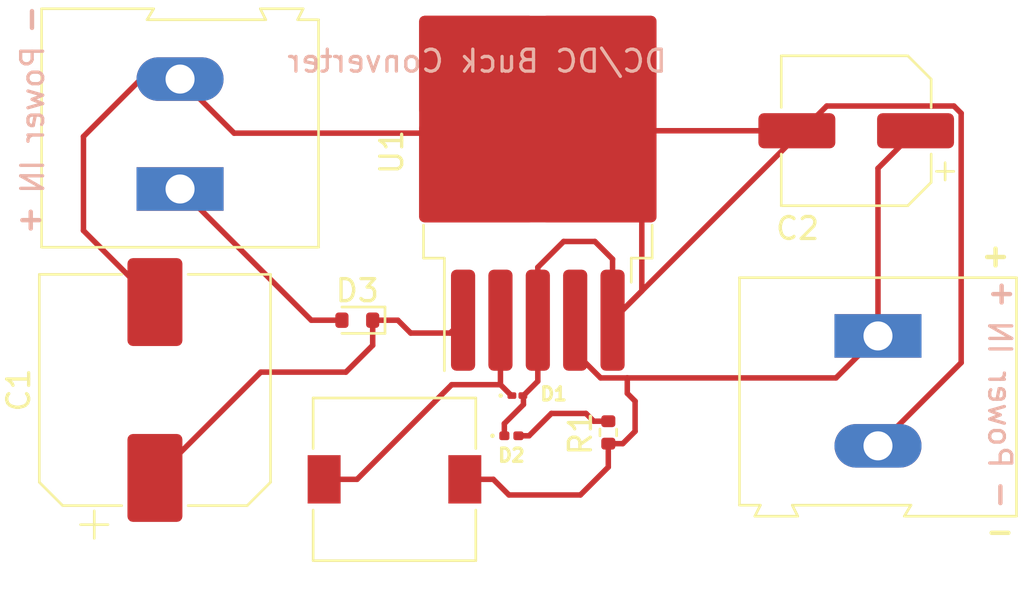
<source format=kicad_pcb>
(kicad_pcb (version 20221018) (generator pcbnew)
  (layers (0 "F.Cu" signal) (31 "B.Cu" signal) (34 "B.Paste" user) (35 "F.Paste" user) (36 "B.SilkS" user "B.Silkscreen") (37 "F.SilkS" user "F.Silkscreen") (38 "B.Mask" user) (39 "F.Mask" user) (44 "Edge.Cuts" user))
  (net 0 "")
  (net 1 "Net-(D3-K)")
  (net 2 "GND")
  (net 3 "+5V")
  (net 4 "Net-(D1-K)")
  (net 5 "Net-(D2-A)")
  (net 6 "VDC")
  (footprint "Inductor_SMD:L_7.3x7.3_H3.5" (layer "F.Cu") (at 122.403 101.092)
    (fp_text reference "L1" hide)
    (fp_text value "33uH")
    (fp_line (start -3.7 -3.7) (end 3.7 -3.7) (stroke (width 0.12)) (layer "F.SilkS"))
    (fp_line (start -3.7 -1.4) (end -3.7 -3.7) (stroke (width 0.12)) (layer "F.SilkS"))
    (fp_line (start -3.7 3.7) (end -3.7 1.4) (stroke (width 0.12)) (layer "F.SilkS"))
    (fp_line (start 3.7 -3.7) (end 3.7 -1.4) (stroke (width 0.12)) (layer "F.SilkS"))
    (fp_line (start 3.7 1.4) (end 3.7 3.7) (stroke (width 0.12)) (layer "F.SilkS"))
    (fp_line (start 3.7 3.7) (end -3.7 3.7) (stroke (width 0.12)) (layer "F.SilkS"))
    (pad "1" smd rect (at -3.2 0) (size 1.5 2.2) (layers "F.Cu" "F.Paste" "F.Mask") (net 4 "Net-(D1-K)"))
    (pad "2" smd rect (at 3.2 0) (size 1.5 2.2) (layers "F.Cu" "F.Paste" "F.Mask") (net 3 "+5V"))
  )
  (footprint "Capacitor_SMD:CP_Elec_10x10" (layer "F.Cu") (at 111.506 97.028 90)
    (fp_text reference "C1" (at 0 -6.2 90) (layer "F.SilkS"))
    (fp_text value "680uF")
    (fp_line (start -6.75 -2.76) (end -5.5 -2.76) (stroke (width 0.12)) (layer "F.SilkS"))
    (fp_line (start -6.125 -3.385) (end -6.125 -2.135) (stroke (width 0.12)) (layer "F.SilkS"))
    (fp_line (start -5.26 -4.195563) (end -5.26 -1.51) (stroke (width 0.12)) (layer "F.SilkS"))
    (fp_line (start -5.26 -4.195563) (end -4.195563 -5.26) (stroke (width 0.12)) (layer "F.SilkS"))
    (fp_line (start -5.26 4.195563) (end -5.26 1.51) (stroke (width 0.12)) (layer "F.SilkS"))
    (fp_line (start -5.26 4.195563) (end -4.195563 5.26) (stroke (width 0.12)) (layer "F.SilkS"))
    (fp_line (start -4.195563 -5.26) (end 5.26 -5.26) (stroke (width 0.12)) (layer "F.SilkS"))
    (fp_line (start -4.195563 5.26) (end 5.26 5.26) (stroke (width 0.12)) (layer "F.SilkS"))
    (fp_line (start 5.26 -5.26) (end 5.26 -1.51) (stroke (width 0.12)) (layer "F.SilkS"))
    (fp_line (start 5.26 5.26) (end 5.26 1.51) (stroke (width 0.12)) (layer "F.SilkS"))
    (pad "1" smd roundrect (at -4 0 90) (size 4 2.5) (layers "F.Cu" "F.Paste" "F.Mask") (roundrect_rratio 0.1) (net 1 "Net-(D3-K)"))
    (pad "2" smd roundrect (at 4 0 90) (size 4 2.5) (layers "F.Cu" "F.Paste" "F.Mask") (roundrect_rratio 0.1) (net 2 "GND"))
  )
  (footprint "Diode_SMD:D_01005_0402Metric" (layer "F.Cu") (at 127.995 97.282)
    (fp_text reference "D1" (at 1.64767 -0.071027) (layer "F.SilkS") (effects (font (size 0.6 0.6))))
    (fp_text value "1N5822")
    (fp_circle (center -0.76 0) (end -0.71 0) (stroke (width 0.1)) (fill none) (layer "F.SilkS"))
    (pad "1" smd roundrect (at -0.25 0) (size 0.4 0.3) (layers "F.Cu" "F.Mask") (net 4 "Net-(D1-K)"))
    (pad "2" smd roundrect (at 0.25 0) (size 0.4 0.3) (layers "F.Cu" "F.Mask") (net 2 "GND"))
  )
  (footprint "Package_TO_SOT_SMD:TO-263-5_TabPin3" (layer "F.Cu") (at 128.924 86.203 90)
    (fp_text reference "U1" (at 0 -6.65 90) (layer "F.SilkS"))
    (fp_text value "LM2596S-5")
    (fp_line (start -4.825 -5.2) (end -4.825 -4.25) (stroke (width 0.12)) (layer "F.SilkS"))
    (fp_line (start -4.825 -4.25) (end -9.95 -4.25) (stroke (width 0.12)) (layer "F.SilkS"))
    (fp_line (start -4.825 4.25) (end -5.925 4.25) (stroke (width 0.12)) (layer "F.SilkS"))
    (fp_line (start -4.825 5.2) (end -4.825 4.25) (stroke (width 0.12)) (layer "F.SilkS"))
    (fp_line (start -3.325 -5.2) (end -4.825 -5.2) (stroke (width 0.12)) (layer "F.SilkS"))
    (fp_line (start -3.325 5.2) (end -4.825 5.2) (stroke (width 0.12)) (layer "F.SilkS"))
    (pad "1" smd roundrect (at -7.65 -3.4 90) (size 4.6 1.1) (layers "F.Cu" "F.Paste" "F.Mask") (roundrect_rratio 0.227273) (net 1 "Net-(D3-K)"))
    (pad "2" smd roundrect (at -7.65 -1.7 90) (size 4.6 1.1) (layers "F.Cu" "F.Paste" "F.Mask") (roundrect_rratio 0.227273) (net 4 "Net-(D1-K)"))
    (pad "3" smd roundrect (at -7.65 0 90) (size 4.6 1.1) (layers "F.Cu" "F.Paste" "F.Mask") (roundrect_rratio 0.227273) (net 2 "GND"))
    (pad "3" smd roundrect (at -0.925 -2.775 90) (size 4.55 5.25) (layers "F.Cu" "F.Paste") (roundrect_rratio 0.054945) (net 2 "GND"))
    (pad "3" smd roundrect (at -0.925 2.775 90) (size 4.55 5.25) (layers "F.Cu" "F.Paste") (roundrect_rratio 0.054945) (net 2 "GND"))
    (pad "3" smd roundrect (at 1.5 0 90) (size 9.4 10.8) (layers "F.Cu" "F.Mask") (roundrect_rratio 0.026596) (net 2 "GND"))
    (pad "3" smd roundrect (at 3.925 -2.775 90) (size 4.55 5.25) (layers "F.Cu" "F.Paste") (roundrect_rratio 0.054945) (net 2 "GND"))
    (pad "3" smd roundrect (at 3.925 2.775 90) (size 4.55 5.25) (layers "F.Cu" "F.Paste") (roundrect_rratio 0.054945) (net 2 "GND"))
    (pad "4" smd roundrect (at -7.65 1.7 90) (size 4.6 1.1) (layers "F.Cu" "F.Paste" "F.Mask") (roundrect_rratio 0.227273) (net 3 "+5V"))
    (pad "5" smd roundrect (at -7.65 3.4 90) (size 4.6 1.1) (layers "F.Cu" "F.Paste" "F.Mask") (roundrect_rratio 0.227273) (net 2 "GND"))
  )
  (footprint "TerminalBlock:TerminalBlock_Altech_AK300-2_P5.00mm" (layer "F.Cu") (at 112.649 87.884 90)
    (fp_text reference "J1" hide)
    (fp_text value "-Power In+")
    (fp_line (start -2.65 -6.3) (end -2.65 6.3) (stroke (width 0.12)) (layer "F.SilkS"))
    (fp_line (start -2.65 6.3) (end 7.7 6.3) (stroke (width 0.12)) (layer "F.SilkS"))
    (fp_line (start 7.7 -1.5) (end 8.2 -1.2) (stroke (width 0.12)) (layer "F.SilkS"))
    (fp_line (start 7.7 3.9) (end 7.7 -1.5) (stroke (width 0.12)) (layer "F.SilkS"))
    (fp_line (start 7.7 5.35) (end 8.2 5.6) (stroke (width 0.12)) (layer "F.SilkS"))
    (fp_line (start 7.7 6.3) (end 7.7 5.35) (stroke (width 0.12)) (layer "F.SilkS"))
    (fp_line (start 8.2 -6.3) (end -2.65 -6.3) (stroke (width 0.12)) (layer "F.SilkS"))
    (fp_line (start 8.2 -1.2) (end 8.2 -6.3) (stroke (width 0.12)) (layer "F.SilkS"))
    (fp_line (start 8.2 3.65) (end 7.7 3.9) (stroke (width 0.12)) (layer "F.SilkS"))
    (fp_line (start 8.2 3.7) (end 8.2 3.65) (stroke (width 0.12)) (layer "F.SilkS"))
    (fp_line (start 8.2 5.6) (end 8.2 3.7) (stroke (width 0.12)) (layer "F.SilkS"))
    (pad "1" thru_hole rect (at 0 0 90) (size 1.98 3.96) (drill 1.32) (layers "*.Cu" "*.Mask") (net 6 "VDC"))
    (pad "2" thru_hole oval (at 5 0 90) (size 1.98 3.96) (drill 1.32) (layers "*.Cu" "*.Mask") (net 2 "GND"))
  )
  (footprint "LED_SMD:LED_0201_0603Metric" (layer "F.Cu") (at 127.7218 99.1108)
    (fp_text reference "D2" (at 0 0.8892) (layer "F.SilkS") (effects (font (size 0.6 0.6))))
    (fp_text value "LED_Small")
    (fp_circle (center -0.86 0) (end -0.81 0) (stroke (width 0.1)) (fill none) (layer "F.SilkS"))
    (pad "1" smd roundrect (at -0.32 0) (size 0.46 0.4) (layers "F.Cu" "F.Mask") (net 2 "GND"))
    (pad "2" smd roundrect (at 0.32 0) (size 0.46 0.4) (layers "F.Cu" "F.Mask") (net 5 "Net-(D2-A)"))
  )
  (footprint "TerminalBlock:TerminalBlock_Altech_AK300-2_P5.00mm" (layer "F.Cu") (at 144.399 94.568 -90)
    (fp_text reference "J2" hide)
    (fp_text value "-Power Out+")
    (fp_line (start -2.65 -6.3) (end -2.65 6.3) (stroke (width 0.12)) (layer "F.SilkS"))
    (fp_line (start -2.65 6.3) (end 7.7 6.3) (stroke (width 0.12)) (layer "F.SilkS"))
    (fp_line (start 7.7 -1.5) (end 8.2 -1.2) (stroke (width 0.12)) (layer "F.SilkS"))
    (fp_line (start 7.7 3.9) (end 7.7 -1.5) (stroke (width 0.12)) (layer "F.SilkS"))
    (fp_line (start 7.7 5.35) (end 8.2 5.6) (stroke (width 0.12)) (layer "F.SilkS"))
    (fp_line (start 7.7 6.3) (end 7.7 5.35) (stroke (width 0.12)) (layer "F.SilkS"))
    (fp_line (start 8.2 -6.3) (end -2.65 -6.3) (stroke (width 0.12)) (layer "F.SilkS"))
    (fp_line (start 8.2 -1.2) (end 8.2 -6.3) (stroke (width 0.12)) (layer "F.SilkS"))
    (fp_line (start 8.2 3.65) (end 7.7 3.9) (stroke (width 0.12)) (layer "F.SilkS"))
    (fp_line (start 8.2 3.7) (end 8.2 3.65) (stroke (width 0.12)) (layer "F.SilkS"))
    (fp_line (start 8.2 5.6) (end 8.2 3.7) (stroke (width 0.12)) (layer "F.SilkS"))
    (pad "1" thru_hole rect (at 0 0 270) (size 1.98 3.96) (drill 1.32) (layers "*.Cu" "*.Mask") (net 3 "+5V"))
    (pad "2" thru_hole oval (at 5 0 270) (size 1.98 3.96) (drill 1.32) (layers "*.Cu" "*.Mask") (net 2 "GND"))
  )
  (footprint "Diode_SMD:D_SOD-523" (layer "F.Cu") (at 120.712 93.853 180)
    (fp_text reference "D3" (at 0 1.3462) (layer "F.SilkS"))
    (fp_text value "1N914WT")
    (fp_line (start -1.26 -0.6) (end -1.26 0.6) (stroke (width 0.12)) (layer "F.SilkS"))
    (fp_line (start 0.7 -0.6) (end -1.26 -0.6) (stroke (width 0.12)) (layer "F.SilkS"))
    (fp_line (start 0.7 0.6) (end -1.26 0.6) (stroke (width 0.12)) (layer "F.SilkS"))
    (pad "1" smd roundrect (at -0.7 0) (size 0.6 0.7) (layers "F.Cu" "F.Paste" "F.Mask") (net 1 "Net-(D3-K)"))
    (pad "2" smd roundrect (at 0.7 0) (size 0.6 0.7) (layers "F.Cu" "F.Paste" "F.Mask") (net 6 "VDC"))
  )
  (footprint "Capacitor_SMD:CP_Elec_6.3x7.7" (layer "F.Cu") (at 143.4084 85.2348 180)
    (fp_text reference "C2" (at 2.667 -4.445) (layer "F.SilkS"))
    (fp_text value "220uF")
    (fp_line (start -4.4375 -1.8475) (end -3.65 -1.8475) (stroke (width 0.12)) (layer "F.SilkS"))
    (fp_line (start -4.04375 -2.24125) (end -4.04375 -1.45375) (stroke (width 0.12)) (layer "F.SilkS"))
    (fp_line (start -3.41 -2.345563) (end -3.41 -1.06) (stroke (width 0.12)) (layer "F.SilkS"))
    (fp_line (start -3.41 -2.345563) (end -2.345563 -3.41) (stroke (width 0.12)) (layer "F.SilkS"))
    (fp_line (start -3.41 2.345563) (end -3.41 1.06) (stroke (width 0.12)) (layer "F.SilkS"))
    (fp_line (start -3.41 2.345563) (end -2.345563 3.41) (stroke (width 0.12)) (layer "F.SilkS"))
    (fp_line (start -2.345563 -3.41) (end 3.41 -3.41) (stroke (width 0.12)) (layer "F.SilkS"))
    (fp_line (start -2.345563 3.41) (end 3.41 3.41) (stroke (width 0.12)) (layer "F.SilkS"))
    (fp_line (start 3.41 -3.41) (end 3.41 -1.06) (stroke (width 0.12)) (layer "F.SilkS"))
    (fp_line (start 3.41 3.41) (end 3.41 1.06) (stroke (width 0.12)) (layer "F.SilkS"))
    (pad "1" smd roundrect (at -2.7 0 180) (size 3.5 1.6) (layers "F.Cu" "F.Paste" "F.Mask") (roundrect_rratio 0.15625) (net 3 "+5V"))
    (pad "2" smd roundrect (at 2.7 0 180) (size 3.5 1.6) (layers "F.Cu" "F.Paste" "F.Mask") (roundrect_rratio 0.15625) (net 2 "GND"))
  )
  (footprint "Resistor_SMD:R_0402_1005Metric" (layer "F.Cu") (at 132.1308 98.9584 90)
    (fp_text reference "R1" (at -0.0508 -1.27 90) (layer "F.SilkS"))
    (fp_text value "1k5")
    (fp_line (start -0.153641 -0.38) (end 0.153641 -0.38) (stroke (width 0.12)) (layer "F.SilkS"))
    (fp_line (start -0.153641 0.38) (end 0.153641 0.38) (stroke (width 0.12)) (layer "F.SilkS"))
    (pad "1" smd roundrect (at -0.51 0 90) (size 0.54 0.64) (layers "F.Cu" "F.Paste" "F.Mask") (net 3 "+5V"))
    (pad "2" smd roundrect (at 0.51 0 90) (size 0.54 0.64) (layers "F.Cu" "F.Paste" "F.Mask") (net 5 "Net-(D2-A)"))
  )
  (gr_text "+" (at 150.7744 92.1512 180) (layer "B.SilkS") (effects (font (size 1 1) (thickness 0.2) bold) (justify left bottom)))
  (gr_text "Power IN" (at 149.352 100.6856 -90) (layer "B.SilkS") (effects (font (size 1 1)) (justify left bottom mirror)))
  (gr_text "+" (at 105.1052 89.8144) (layer "B.SilkS") (effects (font (size 1 1) (thickness 0.2) bold) (justify left bottom)))
  (gr_text "Power IN" (at 106.5276 81.28 90) (layer "B.SilkS") (effects (font (size 1 1)) (justify left bottom mirror)))
  (gr_text "-" (at 106.426 80.9244 90) (layer "B.SilkS") (effects (font (size 1 1) (thickness 0.2) bold) (justify left bottom)))
  (gr_text "DC/DC Buck Converter" (at 134.874 82.6516) (layer "B.SilkS") (effects (font (size 1 1)) (justify left bottom mirror)))
  (gr_text "-" (at 149.4536 101.0412 -90) (layer "B.SilkS") (effects (font (size 1 1) (thickness 0.2) bold) (justify left bottom)))
  (gr_text "-" (at 149.1996 104.0384) (layer "F.SilkS") (effects (font (size 1 1) (thickness 0.2) bold) (justify left bottom)))
  (gr_text "+" (at 148.9964 91.4908) (layer "F.SilkS") (effects (font (size 1 1) (thickness 0.2) bold) (justify left bottom)))
  (segment (start 123.1392 94.4372) (end 124.9398 94.4372) (width 0.25) (layer "F.Cu") (net 1))
  (segment (start 121.412 93.853) (end 122.555 93.853) (width 0.25) (layer "F.Cu") (net 1))
  (segment (start 121.412 93.853) (end 121.412 94.996) (width 0.25) (layer "F.Cu") (net 1))
  (segment (start 122.555 93.853) (end 123.1392 94.4372) (width 0.25) (layer "F.Cu") (net 1))
  (segment (start 120.1928 96.2152) (end 116.3188 96.2152) (width 0.25) (layer "F.Cu") (net 1))
  (segment (start 124.9398 94.4372) (end 125.524 93.853) (width 0.25) (layer "F.Cu") (net 1))
  (segment (start 116.3188 96.2152) (end 111.506 101.028) (width 0.25) (layer "F.Cu") (net 1))
  (segment (start 121.412 94.996) (end 120.1928 96.2152) (width 0.25) (layer "F.Cu") (net 1))
  (segment (start 124.454 85.344) (end 115.109 85.344) (width 0.25) (layer "F.Cu") (net 2))
  (segment (start 133.5922 85.2348) (end 131.699 87.128) (width 0.25) (layer "F.Cu") (net 2))
  (segment (start 130.0988 90.2716) (end 128.924 91.4464) (width 0.25) (layer "F.Cu") (net 2))
  (segment (start 143.5304 98.6994) (end 144.399 99.568) (width 0.25) (layer "F.Cu") (net 2))
  (segment (start 128.27 97.282) (end 128.924 96.628) (width 0.25) (layer "F.Cu") (net 2))
  (segment (start 112.649 82.884) (end 112.1448 82.884) (width 0.25) (layer "F.Cu") (net 2))
  (segment (start 132.324 93.853) (end 132.324 91.0744) (width 0.25) (layer "F.Cu") (net 2))
  (segment (start 148.1834 84.4397) (end 148.1834 95.7836) (width 0.25) (layer "F.Cu") (net 2))
  (segment (start 140.7084 85.2348) (end 133.5922 85.2348) (width 0.25) (layer "F.Cu") (net 2))
  (segment (start 112.1448 82.884) (end 111.8108 82.55) (width 0.25) (layer "F.Cu") (net 2))
  (segment (start 133.6548 92.5222) (end 133.6548 89.0838) (width 0.25) (layer "F.Cu") (net 2))
  (segment (start 108.2548 89.7768) (end 111.506 93.028) (width 0.25) (layer "F.Cu") (net 2))
  (segment (start 128.924 96.628) (end 128.924 93.853) (width 0.25) (layer "F.Cu") (net 2))
  (segment (start 132.324 93.853) (end 133.6548 92.5222) (width 0.25) (layer "F.Cu") (net 2))
  (segment (start 127.4018 99.1108) (end 127.4018 98.5566) (width 0.25) (layer "F.Cu") (net 2))
  (segment (start 127.4018 98.5566) (end 128.27 97.6884) (width 0.25) (layer "F.Cu") (net 2))
  (segment (start 115.109 85.344) (end 112.649 82.884) (width 0.25) (layer "F.Cu") (net 2))
  (segment (start 132.324 93.853) (end 142.0672 84.1098) (width 0.25) (layer "F.Cu") (net 2))
  (segment (start 147.8535 84.1098) (end 148.1834 84.4397) (width 0.25) (layer "F.Cu") (net 2))
  (segment (start 133.6548 89.0838) (end 131.699 87.128) (width 0.25) (layer "F.Cu") (net 2))
  (segment (start 132.324 91.0744) (end 131.5212 90.2716) (width 0.25) (layer "F.Cu") (net 2))
  (segment (start 142.0672 84.1098) (end 147.8535 84.1098) (width 0.25) (layer "F.Cu") (net 2))
  (segment (start 108.2548 85.4964) (end 108.2548 89.7768) (width 0.25) (layer "F.Cu") (net 2))
  (segment (start 112.649 82.884) (end 110.8672 82.884) (width 0.25) (layer "F.Cu") (net 2))
  (segment (start 148.1834 95.7836) (end 144.399 99.568) (width 0.25) (layer "F.Cu") (net 2))
  (segment (start 131.5212 90.2716) (end 130.0988 90.2716) (width 0.25) (layer "F.Cu") (net 2))
  (segment (start 128.924 91.4464) (end 128.924 93.853) (width 0.25) (layer "F.Cu") (net 2))
  (segment (start 128.27 97.6884) (end 128.27 97.282) (width 0.25) (layer "F.Cu") (net 2))
  (segment (start 110.8672 82.884) (end 108.2548 85.4964) (width 0.25) (layer "F.Cu") (net 2))
  (segment (start 132.9944 97.1804) (end 132.9944 96.478) (width 0.25) (layer "F.Cu") (net 3))
  (segment (start 144.399 94.568) (end 142.489 96.478) (width 0.25) (layer "F.Cu") (net 3))
  (segment (start 132.1308 100.5332) (end 132.1308 99.4684) (width 0.25) (layer "F.Cu") (net 3))
  (segment (start 127.6096 101.8032) (end 130.8608 101.8032) (width 0.25) (layer "F.Cu") (net 3))
  (segment (start 133.35 97.536) (end 132.9944 97.1804) (width 0.25) (layer "F.Cu") (net 3))
  (segment (start 146.1084 85.2348) (end 144.399 86.9442) (width 0.25) (layer "F.Cu") (net 3))
  (segment (start 126.8984 101.092) (end 127.6096 101.8032) (width 0.25) (layer "F.Cu") (net 3))
  (segment (start 130.624 95.3231) (end 130.624 93.853) (width 0.25) (layer "F.Cu") (net 3))
  (segment (start 132.1308 99.4684) (end 132.7892 99.4684) (width 0.25) (layer "F.Cu") (net 3))
  (segment (start 132.9944 96.478) (end 131.7789 96.478) (width 0.25) (layer "F.Cu") (net 3))
  (segment (start 133.35 98.9076) (end 133.35 97.536) (width 0.25) (layer "F.Cu") (net 3))
  (segment (start 125.603 101.092) (end 126.8984 101.092) (width 0.25) (layer "F.Cu") (net 3))
  (segment (start 132.7892 99.4684) (end 133.35 98.9076) (width 0.25) (layer "F.Cu") (net 3))
  (segment (start 144.399 86.9442) (end 144.399 94.568) (width 0.25) (layer "F.Cu") (net 3))
  (segment (start 130.8608 101.8032) (end 132.1308 100.5332) (width 0.25) (layer "F.Cu") (net 3))
  (segment (start 142.489 96.478) (end 132.9944 96.478) (width 0.25) (layer "F.Cu") (net 3))
  (segment (start 131.7789 96.478) (end 130.624 95.3231) (width 0.25) (layer "F.Cu") (net 3))
  (segment (start 127.224 96.786) (end 127.72 97.282) (width 0.25) (layer "F.Cu") (net 4))
  (segment (start 119.203 101.092) (end 120.7008 101.092) (width 0.25) (layer "F.Cu") (net 4))
  (segment (start 125.0068 96.786) (end 127.224 96.786) (width 0.25) (layer "F.Cu") (net 4))
  (segment (start 127.224 93.853) (end 127.224 96.786) (width 0.25) (layer "F.Cu") (net 4))
  (segment (start 120.7008 101.092) (end 125.0068 96.786) (width 0.25) (layer "F.Cu") (net 4))
  (segment (start 131.1148 98.0948) (end 131.4684 98.4484) (width 0.25) (layer "F.Cu") (net 5))
  (segment (start 128.524 99.1108) (end 129.54 98.0948) (width 0.25) (layer "F.Cu") (net 5))
  (segment (start 128.0418 99.1108) (end 128.524 99.1108) (width 0.25) (layer "F.Cu") (net 5))
  (segment (start 131.4684 98.4484) (end 132.1308 98.4484) (width 0.25) (layer "F.Cu") (net 5))
  (segment (start 129.54 98.0948) (end 131.1148 98.0948) (width 0.25) (layer "F.Cu") (net 5))
  (segment (start 118.618 93.853) (end 120.012 93.853) (width 0.25) (layer "F.Cu") (net 6))
  (segment (start 112.649 87.884) (end 118.618 93.853) (width 0.25) (layer "F.Cu") (net 6))
  (segment (start 112.776 87.884) (end 113.03 87.63) (width 0.25) (layer "F.Cu") (net 6))
  (segment (start 112.649 87.884) (end 112.776 87.884) (width 0.25) (layer "F.Cu") (net 6))
)
</source>
